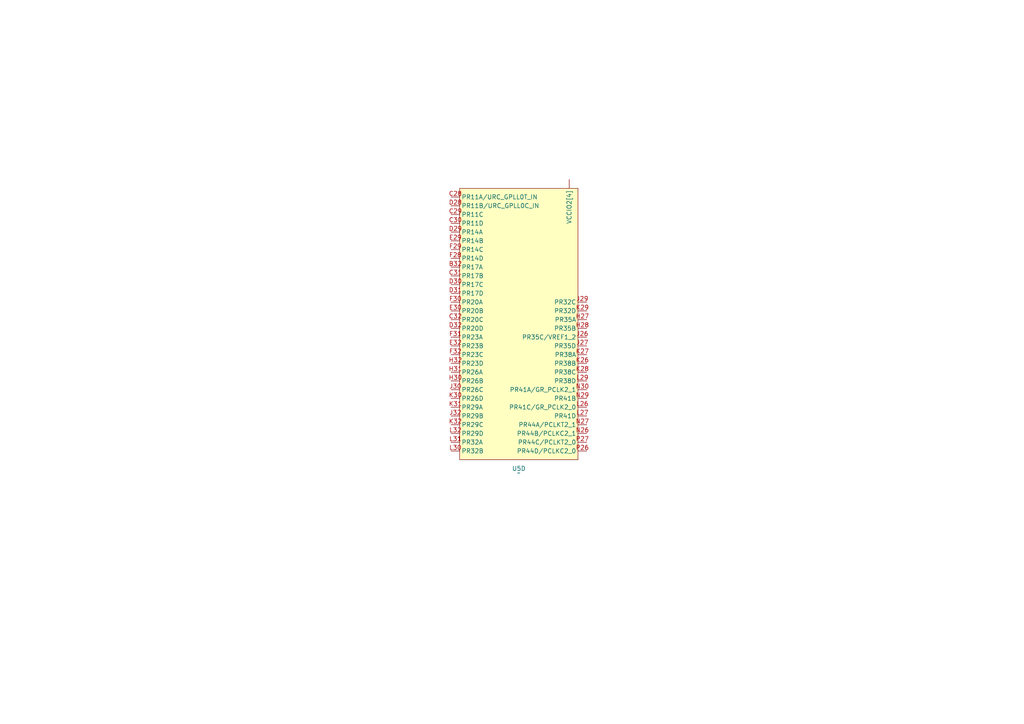
<source format=kicad_sch>
(kicad_sch (version 20231120) (generator "eeschema") (generator_version "8.0")
  (paper "A4")
  (title_block (title "${Project Designation}") (date "2024-06-30") (rev "${Revision}") (comment 1 "${Project Title}") (comment 2 "FPGA BANK 2") (comment 3 "${Part Number}"))
  (lib_symbols
    (symbol "LFE5U-85F-*BG756*_1"
      (property "Reference" "U" (at -1.016 3.81 0))
      (symbol "LFE5U-85F-*BG756*_1_1_0"
        (pin power_in line (at 8.89 -15.24 90) (length 2.54) (name "GND[265]") (number ""))
        (pin power_in line (at 22.86 0 180) (length 2.54) (name "VCCAUX[8]") (number ""))
        (pin power_in line (at -5.08 0 0) (length 2.54) (name "VCC[36]") (number ""))
        (pin power_in line (at 8.89 -15.24 90) (length 2.54) hide (name "GND") (number "AA11"))
        (pin power_in line (at -5.08 0 0) (length 2.54) hide (name "VCC") (number "AA12"))
        (pin power_in line (at -5.08 0 0) (length 2.54) hide (name "VCC") (number "AA13"))
        (pin power_in line (at -5.08 0 0) (length 2.54) hide (name "VCC") (number "AA14"))
        (pin power_in line (at -5.08 0 0) (length 2.54) hide (name "VCC") (number "AA15"))
        (pin power_in line (at -5.08 0 0) (length 2.54) hide (name "VCC") (number "AA16"))
        (pin power_in line (at -5.08 0 0) (length 2.54) hide (name "VCC") (number "AA17"))
        (pin power_in line (at -5.08 0 0) (length 2.54) hide (name "VCC") (number "AA18"))
        (pin power_in line (at -5.08 0 0) (length 2.54) hide (name "VCC") (number "AA19"))
        (pin power_in line (at -5.08 0 0) (length 2.54) hide (name "VCC") (number "AA20"))
        (pin power_in line (at -5.08 0 0) (length 2.54) hide (name "VCC") (number "AA21"))
        (pin power_in line (at 8.89 -15.24 90) (length 2.54) hide (name "GND") (number "AA22"))
        (pin power_in line (at 8.89 -15.24 90) (length 2.54) hide (name "GND") (number "AB11"))
        (pin power_in line (at 8.89 -15.24 90) (length 2.54) hide (name "GND") (number "AB12"))
        (pin power_in line (at 8.89 -15.24 90) (length 2.54) hide (name "GND") (number "AB13"))
        (pin power_in line (at 8.89 -15.24 90) (length 2.54) hide (name "GND") (number "AB14"))
        (pin power_in line (at 8.89 -15.24 90) (length 2.54) hide (name "GND") (number "AB15"))
        (pin power_in line (at 8.89 -15.24 90) (length 2.54) hide (name "GND") (number "AB16"))
        (pin power_in line (at 8.89 -15.24 90) (length 2.54) hide (name "GND") (number "AB17"))
        (pin power_in line (at 8.89 -15.24 90) (length 2.54) hide (name "GND") (number "AB18"))
        (pin power_in line (at 8.89 -15.24 90) (length 2.54) hide (name "GND") (number "AB19"))
        (pin power_in line (at 8.89 -15.24 90) (length 2.54) hide (name "GND") (number "AB20"))
        (pin power_in line (at 8.89 -15.24 90) (length 2.54) hide (name "GND") (number "AB21"))
        (pin power_in line (at 8.89 -15.24 90) (length 2.54) hide (name "GND") (number "AB22"))
        (pin power_in line (at 22.86 0 180) (length 2.54) hide (name "VCCAUX") (number "AC11"))
        (pin power_in line (at 8.89 -15.24 90) (length 2.54) hide (name "GND") (number "AC12"))
        (pin power_in line (at 8.89 -15.24 90) (length 2.54) hide (name "GND") (number "AC13"))
        (pin power_in line (at 8.89 -15.24 90) (length 2.54) hide (name "GND") (number "AC14"))
        (pin power_in line (at 8.89 -15.24 90) (length 2.54) hide (name "GND") (number "AC15"))
        (pin power_in line (at 8.89 -15.24 90) (length 2.54) hide (name "GND") (number "AC16"))
        (pin power_in line (at 8.89 -15.24 90) (length 2.54) hide (name "GND") (number "AC17"))
        (pin power_in line (at 8.89 -15.24 90) (length 2.54) hide (name "GND") (number "AC18"))
        (pin power_in line (at 8.89 -15.24 90) (length 2.54) hide (name "GND") (number "AC19"))
        (pin power_in line (at 8.89 -15.24 90) (length 2.54) hide (name "GND") (number "AC20"))
        (pin power_in line (at 8.89 -15.24 90) (length 2.54) hide (name "GND") (number "AC21"))
        (pin power_in line (at 22.86 0 180) (length 2.54) hide (name "VCCAUX") (number "AC22"))
        (pin power_in line (at 8.89 -15.24 90) (length 2.54) hide (name "GND") (number "AD2"))
        (pin power_in line (at 8.89 -15.24 90) (length 2.54) hide (name "GND") (number "AD28"))
        (pin power_in line (at 8.89 -15.24 90) (length 2.54) hide (name "GND") (number "AD31"))
        (pin power_in line (at 8.89 -15.24 90) (length 2.54) hide (name "GND") (number "AD5"))
        (pin power_in line (at 8.89 -15.24 90) (length 2.54) hide (name "GND") (number "AF11"))
        (pin power_in line (at 8.89 -15.24 90) (length 2.54) hide (name "GND") (number "AF12"))
        (pin power_in line (at 8.89 -15.24 90) (length 2.54) hide (name "GND") (number "AF14"))
        (pin power_in line (at 8.89 -15.24 90) (length 2.54) hide (name "GND") (number "AF15"))
        (pin power_in line (at 8.89 -15.24 90) (length 2.54) hide (name "GND") (number "AF16"))
        (pin power_in line (at 8.89 -15.24 90) (length 2.54) hide (name "GND") (number "AF17"))
        (pin power_in line (at 8.89 -15.24 90) (length 2.54) hide (name "GND") (number "AF19"))
        (pin power_in line (at 8.89 -15.24 90) (length 2.54) hide (name "GND") (number "AF20"))
        (pin power_in line (at 8.89 -15.24 90) (length 2.54) hide (name "GND") (number "AF22"))
        (pin power_in line (at 8.89 -15.24 90) (length 2.54) hide (name "GND") (number "AF23"))
        (pin power_in line (at 8.89 -15.24 90) (length 2.54) hide (name "GND") (number "AG11"))
        (pin power_in line (at 8.89 -15.24 90) (length 2.54) hide (name "GND") (number "AG12"))
        (pin power_in line (at 8.89 -15.24 90) (length 2.54) hide (name "GND") (number "AG14"))
        (pin power_in line (at 8.89 -15.24 90) (length 2.54) hide (name "GND") (number "AG15"))
        (pin power_in line (at 8.89 -15.24 90) (length 2.54) hide (name "GND") (number "AG16"))
        (pin power_in line (at 8.89 -15.24 90) (length 2.54) hide (name "GND") (number "AG17"))
        (pin power_in line (at 8.89 -15.24 90) (length 2.54) hide (name "GND") (number "AG19"))
        (pin power_in line (at 8.89 -15.24 90) (length 2.54) hide (name "GND") (number "AG20"))
        (pin power_in line (at 8.89 -15.24 90) (length 2.54) hide (name "GND") (number "AG22"))
        (pin power_in line (at 8.89 -15.24 90) (length 2.54) hide (name "GND") (number "AG23"))
        (pin power_in line (at 8.89 -15.24 90) (length 2.54) hide (name "GND") (number "AG9"))
        (pin power_in line (at 8.89 -15.24 90) (length 2.54) hide (name "GND") (number "AH11"))
        (pin power_in line (at 8.89 -15.24 90) (length 2.54) hide (name "GND") (number "AH12"))
        (pin power_in line (at 8.89 -15.24 90) (length 2.54) hide (name "GND") (number "AH14"))
        (pin power_in line (at 8.89 -15.24 90) (length 2.54) hide (name "GND") (number "AH15"))
        (pin power_in line (at 8.89 -15.24 90) (length 2.54) hide (name "GND") (number "AH16"))
        (pin power_in line (at 8.89 -15.24 90) (length 2.54) hide (name "GND") (number "AH17"))
        (pin power_in line (at 8.89 -15.24 90) (length 2.54) hide (name "GND") (number "AH19"))
        (pin power_in line (at 8.89 -15.24 90) (length 2.54) hide (name "GND") (number "AH2"))
        (pin power_in line (at 8.89 -15.24 90) (length 2.54) hide (name "GND") (number "AH20"))
        (pin power_in line (at 8.89 -15.24 90) (length 2.54) hide (name "GND") (number "AH22"))
        (pin power_in line (at 8.89 -15.24 90) (length 2.54) hide (name "GND") (number "AH23"))
        (pin power_in line (at 8.89 -15.24 90) (length 2.54) hide (name "GND") (number "AH24"))
        (pin power_in line (at 8.89 -15.24 90) (length 2.54) hide (name "GND") (number "AH25"))
        (pin power_in line (at 8.89 -15.24 90) (length 2.54) hide (name "GND") (number "AH26"))
        (pin power_in line (at 8.89 -15.24 90) (length 2.54) hide (name "GND") (number "AH29"))
        (pin power_in line (at 8.89 -15.24 90) (length 2.54) hide (name "GND") (number "AH31"))
        (pin power_in line (at 8.89 -15.24 90) (length 2.54) hide (name "GND") (number "AH5"))
        (pin power_in line (at 8.89 -15.24 90) (length 2.54) hide (name "GND") (number "AH7"))
        (pin power_in line (at 8.89 -15.24 90) (length 2.54) hide (name "GND") (number "AH8"))
        (pin power_in line (at 8.89 -15.24 90) (length 2.54) hide (name "GND") (number "AH9"))
        (pin power_in line (at 8.89 -15.24 90) (length 2.54) hide (name "GND") (number "AJ10"))
        (pin power_in line (at 8.89 -15.24 90) (length 2.54) hide (name "GND") (number "AJ11"))
        (pin power_in line (at 8.89 -15.24 90) (length 2.54) hide (name "GND") (number "AJ12"))
        (pin power_in line (at 8.89 -15.24 90) (length 2.54) hide (name "GND") (number "AJ13"))
        (pin power_in line (at 8.89 -15.24 90) (length 2.54) hide (name "GND") (number "AJ14"))
        (pin power_in line (at 8.89 -15.24 90) (length 2.54) hide (name "GND") (number "AJ15"))
        (pin power_in line (at 8.89 -15.24 90) (length 2.54) hide (name "GND") (number "AJ16"))
        (pin power_in line (at 8.89 -15.24 90) (length 2.54) hide (name "GND") (number "AJ17"))
        (pin power_in line (at 8.89 -15.24 90) (length 2.54) hide (name "GND") (number "AJ18"))
        (pin power_in line (at 8.89 -15.24 90) (length 2.54) hide (name "GND") (number "AJ19"))
        (pin power_in line (at 8.89 -15.24 90) (length 2.54) hide (name "GND") (number "AJ20"))
        (pin power_in line (at 8.89 -15.24 90) (length 2.54) hide (name "GND") (number "AJ21"))
        (pin power_in line (at 8.89 -15.24 90) (length 2.54) hide (name "GND") (number "AJ22"))
        (pin power_in line (at 8.89 -15.24 90) (length 2.54) hide (name "GND") (number "AJ23"))
        (pin power_in line (at 8.89 -15.24 90) (length 2.54) hide (name "GND") (number "AJ24"))
        (pin power_in line (at 8.89 -15.24 90) (length 2.54) hide (name "GND") (number "AJ25"))
        (pin power_in line (at 8.89 -15.24 90) (length 2.54) hide (name "GND") (number "AJ26"))
        (pin power_in line (at 8.89 -15.24 90) (length 2.54) hide (name "GND") (number "AJ7"))
        (pin power_in line (at 8.89 -15.24 90) (length 2.54) hide (name "GND") (number "AJ8"))
        (pin power_in line (at 8.89 -15.24 90) (length 2.54) hide (name "GND") (number "AJ9"))
        (pin power_in line (at 8.89 -15.24 90) (length 2.54) hide (name "GND") (number "AK11"))
        (pin power_in line (at 8.89 -15.24 90) (length 2.54) hide (name "GND") (number "AK14"))
        (pin power_in line (at 8.89 -15.24 90) (length 2.54) hide (name "GND") (number "AK17"))
        (pin power_in line (at 8.89 -15.24 90) (length 2.54) hide (name "GND") (number "AK20"))
        (pin power_in line (at 8.89 -15.24 90) (length 2.54) hide (name "GND") (number "AK23"))
        (pin power_in line (at 8.89 -15.24 90) (length 2.54) hide (name "GND") (number "AK26"))
        (pin power_in line (at 8.89 -15.24 90) (length 2.54) hide (name "GND") (number "AK7"))
        (pin power_in line (at 8.89 -15.24 90) (length 2.54) hide (name "GND") (number "AK8"))
        (pin power_in line (at 8.89 -15.24 90) (length 2.54) hide (name "GND") (number "AL11"))
        (pin power_in line (at 8.89 -15.24 90) (length 2.54) hide (name "GND") (number "AL12"))
        (pin power_in line (at 8.89 -15.24 90) (length 2.54) hide (name "GND") (number "AL14"))
        (pin power_in line (at 8.89 -15.24 90) (length 2.54) hide (name "GND") (number "AL15"))
        (pin power_in line (at 8.89 -15.24 90) (length 2.54) hide (name "GND") (number "AL17"))
        (pin power_in line (at 8.89 -15.24 90) (length 2.54) hide (name "GND") (number "AL18"))
        (pin power_in line (at 8.89 -15.24 90) (length 2.54) hide (name "GND") (number "AL2"))
        (pin power_in line (at 8.89 -15.24 90) (length 2.54) hide (name "GND") (number "AL20"))
        (pin power_in line (at 8.89 -15.24 90) (length 2.54) hide (name "GND") (number "AL21"))
        (pin power_in line (at 8.89 -15.24 90) (length 2.54) hide (name "GND") (number "AL23"))
        (pin power_in line (at 8.89 -15.24 90) (length 2.54) hide (name "GND") (number "AL24"))
        (pin power_in line (at 8.89 -15.24 90) (length 2.54) hide (name "GND") (number "AL26"))
        (pin power_in line (at 8.89 -15.24 90) (length 2.54) hide (name "GND") (number "AL29"))
        (pin power_in line (at 8.89 -15.24 90) (length 2.54) hide (name "GND") (number "AL31"))
        (pin power_in line (at 8.89 -15.24 90) (length 2.54) hide (name "GND") (number "AL5"))
        (pin power_in line (at 8.89 -15.24 90) (length 2.54) hide (name "GND") (number "AL7"))
        (pin power_in line (at 8.89 -15.24 90) (length 2.54) hide (name "GND") (number "AL8"))
        (pin power_in line (at 8.89 -15.24 90) (length 2.54) hide (name "GND") (number "AL9"))
        (pin power_in line (at 8.89 -15.24 90) (length 2.54) hide (name "GND") (number "AM11"))
        (pin power_in line (at 8.89 -15.24 90) (length 2.54) hide (name "GND") (number "AM12"))
        (pin power_in line (at 8.89 -15.24 90) (length 2.54) hide (name "GND") (number "AM14"))
        (pin power_in line (at 8.89 -15.24 90) (length 2.54) hide (name "GND") (number "AM15"))
        (pin power_in line (at 8.89 -15.24 90) (length 2.54) hide (name "GND") (number "AM17"))
        (pin power_in line (at 8.89 -15.24 90) (length 2.54) hide (name "GND") (number "AM18"))
        (pin power_in line (at 8.89 -15.24 90) (length 2.54) hide (name "GND") (number "AM20"))
        (pin power_in line (at 8.89 -15.24 90) (length 2.54) hide (name "GND") (number "AM21"))
        (pin power_in line (at 8.89 -15.24 90) (length 2.54) hide (name "GND") (number "AM23"))
        (pin power_in line (at 8.89 -15.24 90) (length 2.54) hide (name "GND") (number "AM24"))
        (pin power_in line (at 8.89 -15.24 90) (length 2.54) hide (name "GND") (number "AM26"))
        (pin power_in line (at 8.89 -15.24 90) (length 2.54) hide (name "GND") (number "AM7"))
        (pin power_in line (at 8.89 -15.24 90) (length 2.54) hide (name "GND") (number "AM8"))
        (pin power_in line (at 8.89 -15.24 90) (length 2.54) hide (name "GND") (number "AM9"))
        (pin power_in line (at 8.89 -15.24 90) (length 2.54) hide (name "GND") (number "B13"))
        (pin power_in line (at 8.89 -15.24 90) (length 2.54) hide (name "GND") (number "B15"))
        (pin power_in line (at 8.89 -15.24 90) (length 2.54) hide (name "GND") (number "B18"))
        (pin power_in line (at 8.89 -15.24 90) (length 2.54) hide (name "GND") (number "B2"))
        (pin power_in line (at 8.89 -15.24 90) (length 2.54) hide (name "GND") (number "B20"))
        (pin power_in line (at 8.89 -15.24 90) (length 2.54) hide (name "GND") (number "B24"))
        (pin power_in line (at 8.89 -15.24 90) (length 2.54) hide (name "GND") (number "B28"))
        (pin power_in line (at 8.89 -15.24 90) (length 2.54) hide (name "GND") (number "B31"))
        (pin power_in line (at 8.89 -15.24 90) (length 2.54) hide (name "GND") (number "B5"))
        (pin power_in line (at 8.89 -15.24 90) (length 2.54) hide (name "GND") (number "B9"))
        (pin power_in line (at 8.89 -15.24 90) (length 2.54) hide (name "GND") (number "E13"))
        (pin power_in line (at 8.89 -15.24 90) (length 2.54) hide (name "GND") (number "E15"))
        (pin power_in line (at 8.89 -15.24 90) (length 2.54) hide (name "GND") (number "E18"))
        (pin power_in line (at 8.89 -15.24 90) (length 2.54) hide (name "GND") (number "E2"))
        (pin power_in line (at 8.89 -15.24 90) (length 2.54) hide (name "GND") (number "E20"))
        (pin power_in line (at 8.89 -15.24 90) (length 2.54) hide (name "GND") (number "E24"))
        (pin power_in line (at 8.89 -15.24 90) (length 2.54) hide (name "GND") (number "E28"))
        (pin power_in line (at 8.89 -15.24 90) (length 2.54) hide (name "GND") (number "E31"))
        (pin power_in line (at 8.89 -15.24 90) (length 2.54) hide (name "GND") (number "E5"))
        (pin power_in line (at 8.89 -15.24 90) (length 2.54) hide (name "GND") (number "E9"))
        (pin power_in line (at 8.89 -15.24 90) (length 2.54) hide (name "GND") (number "J2"))
        (pin power_in line (at 8.89 -15.24 90) (length 2.54) hide (name "GND") (number "J28"))
        (pin power_in line (at 8.89 -15.24 90) (length 2.54) hide (name "GND") (number "J31"))
        (pin power_in line (at 8.89 -15.24 90) (length 2.54) hide (name "GND") (number "J5"))
        (pin power_in line (at 8.89 -15.24 90) (length 2.54) hide (name "GND") (number "K10"))
        (pin power_in line (at 8.89 -15.24 90) (length 2.54) hide (name "GND") (number "K11"))
        (pin power_in line (at 22.86 0 180) (length 2.54) hide (name "VCCAUX") (number "K13"))
        (pin power_in line (at 22.86 0 180) (length 2.54) hide (name "VCCAUX") (number "K20"))
        (pin power_in line (at 8.89 -15.24 90) (length 2.54) hide (name "GND") (number "K22"))
        (pin power_in line (at 8.89 -15.24 90) (length 2.54) hide (name "GND") (number "K23"))
        (pin power_in line (at 8.89 -15.24 90) (length 2.54) hide (name "GND") (number "L10"))
        (pin power_in line (at 8.89 -15.24 90) (length 2.54) hide (name "GND") (number "L11"))
        (pin power_in line (at 8.89 -15.24 90) (length 2.54) hide (name "GND") (number "L12"))
        (pin power_in line (at 8.89 -15.24 90) (length 2.54) hide (name "GND") (number "L13"))
        (pin power_in line (at 8.89 -15.24 90) (length 2.54) hide (name "GND") (number "L14"))
        (pin power_in line (at 8.89 -15.24 90) (length 2.54) hide (name "GND") (number "L15"))
        (pin power_in line (at 8.89 -15.24 90) (length 2.54) hide (name "GND") (number "L16"))
        (pin power_in line (at 8.89 -15.24 90) (length 2.54) hide (name "GND") (number "L17"))
        (pin power_in line (at 8.89 -15.24 90) (length 2.54) hide (name "GND") (number "L18"))
        (pin power_in line (at 8.89 -15.24 90) (length 2.54) hide (name "GND") (number "L19"))
        (pin power_in line (at 8.89 -15.24 90) (length 2.54) hide (name "GND") (number "L20"))
        (pin power_in line (at 8.89 -15.24 90) (length 2.54) hide (name "GND") (number "L21"))
        (pin power_in line (at 8.89 -15.24 90) (length 2.54) hide (name "GND") (number "L22"))
        (pin power_in line (at 8.89 -15.24 90) (length 2.54) hide (name "GND") (number "L23"))
        (pin power_in line (at 8.89 -15.24 90) (length 2.54) hide (name "GND") (number "M11"))
        (pin power_in line (at -5.08 0 0) (length 2.54) hide (name "VCC") (number "M12"))
        (pin power_in line (at -5.08 0 0) (length 2.54) hide (name "VCC") (number "M13"))
        (pin power_in line (at -5.08 0 0) (length 2.54) hide (name "VCC") (number "M14"))
        (pin power_in line (at -5.08 0 0) (length 2.54) hide (name "VCC") (number "M15"))
        (pin power_in line (at -5.08 0 0) (length 2.54) hide (name "VCC") (number "M16"))
        (pin power_in line (at -5.08 0 0) (length 2.54) hide (name "VCC") (number "M17"))
        (pin power_in line (at -5.08 0 0) (length 2.54) hide (name "VCC") (number "M18"))
        (pin power_in line (at -5.08 0 0) (length 2.54) hide (name "VCC") (number "M19"))
        (pin power_in line (at -5.08 0 0) (length 2.54) hide (name "VCC") (number "M20"))
        (pin power_in line (at -5.08 0 0) (length 2.54) hide (name "VCC") (number "M21"))
        (pin power_in line (at 8.89 -15.24 90) (length 2.54) hide (name "GND") (number "M22"))
        (pin power_in line (at 22.86 0 180) (length 2.54) hide (name "VCCAUX") (number "N10"))
        (pin power_in line (at 8.89 -15.24 90) (length 2.54) hide (name "GND") (number "N11"))
        (pin power_in line (at -5.08 0 0) (length 2.54) hide (name "VCC") (number "N12"))
        (pin power_in line (at 8.89 -15.24 90) (length 2.54) hide (name "GND") (number "N13"))
        (pin power_in line (at 8.89 -15.24 90) (length 2.54) hide (name "GND") (number "N14"))
        (pin power_in line (at 8.89 -15.24 90) (length 2.54) hide (name "GND") (number "N15"))
        (pin power_in line (at 8.89 -15.24 90) (length 2.54) hide (name "GND") (number "N16"))
        (pin power_in line (at 8.89 -15.24 90) (length 2.54) hide (name "GND") (number "N17"))
        (pin power_in line (at 8.89 -15.24 90) (length 2.54) hide (name "GND") (number "N18"))
        (pin power_in line (at 8.89 -15.24 90) (length 2.54) hide (name "GND") (number "N19"))
        (pin power_in line (at 8.89 -15.24 90) (length 2.54) hide (name "GND") (number "N2"))
        (pin power_in line (at 8.89 -15.24 90) (length 2.54) hide (name "GND") (number "N20"))
        (pin power_in line (at -5.08 0 0) (length 2.54) hide (name "VCC") (number "N21"))
        (pin power_in line (at 8.89 -15.24 90) (length 2.54) hide (name "GND") (number "N22"))
        (pin power_in line (at 22.86 0 180) (length 2.54) hide (name "VCCAUX") (number "N23"))
        (pin power_in line (at 8.89 -15.24 90) (length 2.54) hide (name "GND") (number "N28"))
        (pin power_in line (at 8.89 -15.24 90) (length 2.54) hide (name "GND") (number "N31"))
        (pin power_in line (at 8.89 -15.24 90) (length 2.54) hide (name "GND") (number "N5"))
        (pin power_in line (at 8.89 -15.24 90) (length 2.54) hide (name "GND") (number "P11"))
        (pin power_in line (at -5.08 0 0) (length 2.54) hide (name "VCC") (number "P12"))
        (pin power_in line (at 8.89 -15.24 90) (length 2.54) hide (name "GND") (number "P13"))
        (pin power_in line (at 8.89 -15.24 90) (length 2.54) hide (name "GND") (number "P14"))
        (pin power_in line (at 8.89 -15.24 90) (length 2.54) hide (name "GND") (number "P15"))
        (pin power_in line (at 8.89 -15.24 90) (length 2.54) hide (name "GND") (number "P16"))
        (pin power_in line (at 8.89 -15.24 90) (length 2.54) hide (name "GND") (number "P17"))
        (pin power_in line (at 8.89 -15.24 90) (length 2.54) hide (name "GND") (number "P18"))
        (pin power_in line (at 8.89 -15.24 90) (length 2.54) hide (name "GND") (number "P19"))
        (pin power_in line (at -5.08 0 0) (length 2.54) hide (name "VCC") (number "P21"))
        (pin power_in line (at 8.89 -15.24 90) (length 2.54) hide (name "GND") (number "P22"))
        (pin power_in line (at -5.08 0 0) (length 2.54) hide (name "VCC") (number "R12"))
        (pin power_in line (at 8.89 -15.24 90) (length 2.54) hide (name "GND") (number "R13"))
        (pin power_in line (at 8.89 -15.24 90) (length 2.54) hide (name "GND") (number "R14"))
        (pin power_in line (at 8.89 -15.24 90) (length 2.54) hide (name "GND") (number "R15"))
        (pin power_in line (at 8.89 -15.24 90) (length 2.54) hide (name "GND") (number "R16"))
        (pin power_in line (at 8.89 -15.24 90) (length 2.54) hide (name "GND") (number "R17"))
        (pin power_in line (at 8.89 -15.24 90) (length 2.54) hide (name "GND") (number "R18"))
        (pin power_in line (at 8.89 -15.24 90) (length 2.54) hide (name "GND") (number "R19"))
        (pin power_in line (at 8.89 -15.24 90) (length 2.54) hide (name "GND") (number "R2"))
        (pin power_in line (at 8.89 -15.24 90) (length 2.54) hide (name "GND") (number "R20"))
        (pin power_in line (at -5.08 0 0) (length 2.54) hide (name "VCC") (number "R21"))
        (pin power_in line (at 8.89 -15.24 90) (length 2.54) hide (name "GND") (number "R22"))
        (pin power_in line (at 8.89 -15.24 90) (length 2.54) hide (name "GND") (number "R28"))
        (pin power_in line (at 8.89 -15.24 90) (length 2.54) hide (name "GND") (number "R31"))
        (pin power_in line (at 8.89 -15.24 90) (length 2.54) hide (name "GND") (number "R5"))
        (pin power_in line (at 8.89 -15.24 90) (length 2.54) hide (name "GND") (number "T11"))
        (pin power_in line (at -5.08 0 0) (length 2.54) hide (name "VCC") (number "T12"))
        (pin power_in line (at 8.89 -15.24 90) (length 2.54) hide (name "GND") (number "T13"))
        (pin power_in line (at 8.89 -15.24 90) (length 2.54) hide (name "GND") (number "T14"))
        (pin power_in line (at 8.89 -15.24 90) (length 2.54) hide (name "GND") (number "T15"))
        (pin power_in line (at 8.89 -15.24 90) (length 2.54) hide (name "GND") (number "T16"))
        (pin power_in line (at 8.89 -15.24 90) (length 2.54) hide (name "GND") (number "T17"))
        (pin power_in line (at 8.89 -15.24 90) (length 2.54) hide (name "GND") (number "T18"))
        (pin power_in line (at 8.89 -15.24 90) (length 2.54) hide (name "GND") (number "T19"))
        (pin power_in line (at 8.89 -15.24 90) (length 2.54) hide (name "GND") (number "T20"))
        (pin power_in line (at -5.08 0 0) (length 2.54) hide (name "VCC") (number "T21"))
        (pin power_in line (at 8.89 -15.24 90) (length 2.54) hide (name "GND") (number "T22"))
        (pin power_in line (at 8.89 -15.24 90) (length 2.54) hide (name "GND") (number "U11"))
        (pin power_in line (at -5.08 0 0) (length 2.54) hide (name "VCC") (number "U12"))
        (pin power_in line (at 8.89 -15.24 90) (length 2.54) hide (name "GND") (number "U13"))
        (pin power_in line (at 8.89 -15.24 90) (length 2.54) hide (name "GND") (number "U14"))
        (pin power_in line (at 8.89 -15.24 90) (length 2.54) hide (name "GND") (number "U15"))
        (pin power_in line (at 8.89 -15.24 90) (length 2.54) hide (name "GND") (number "U16"))
        (pin power_in line (at 8.89 -15.24 90) (length 2.54) hide (name "GND") (number "U17"))
        (pin power_in line (at 8.89 -15.24 90) (length 2.54) hide (name "GND") (number "U18"))
        (pin power_in line (at 8.89 -15.24 90) (length 2.54) hide (name "GND") (number "U19"))
        (pin power_in line (at 8.89 -15.24 90) (length 2.54) hide (name "GND") (number "U20"))
        (pin power_in line (at -5.08 0 0) (length 2.54) hide (name "VCC") (number "U21"))
        (pin power_in line (at 8.89 -15.24 90) (length 2.54) hide (name "GND") (number "U22"))
        (pin power_in line (at 8.89 -15.24 90) (length 2.54) hide (name "GND") (number "V11"))
        (pin power_in line (at -5.08 0 0) (length 2.54) hide (name "VCC") (number "V12"))
        (pin power_in line (at 8.89 -15.24 90) (length 2.54) hide (name "GND") (number "V13"))
        (pin power_in line (at 8.89 -15.24 90) (length 2.54) hide (name "GND") (number "V14"))
        (pin power_in line (at 8.89 -15.24 90) (length 2.54) hide (name "GND") (number "V15"))
        (pin power_in line (at 8.89 -15.24 90) (length 2.54) hide (name "GND") (number "V16"))
        (pin power_in line (at 8.89 -15.24 90) (length 2.54) hide (name "GND") (number "V17"))
        (pin power_in line (at 8.89 -15.24 90) (length 2.54) hide (name "GND") (number "V18"))
        (pin power_in line (at 8.89 -15.24 90) (length 2.54) hide (name "GND") (number "V19"))
        (pin power_in line (at 8.89 -15.24 90) (length 2.54) hide (name "GND") (number "V2"))
        (pin power_in line (at 8.89 -15.24 90) (length 2.54) hide (name "GND") (number "V20"))
        (pin power_in line (at -5.08 0 0) (length 2.54) hide (name "VCC") (number "V21"))
        (pin power_in line (at 8.89 -15.24 90) (length 2.54) hide (name "GND") (number "V22"))
        (pin power_in line (at 8.89 -15.24 90) (length 2.54) hide (name "GND") (number "V28"))
        (pin power_in line (at 8.89 -15.24 90) (length 2.54) hide (name "GND") (number "V31"))
        (pin power_in line (at 8.89 -15.24 90) (length 2.54) hide (name "GND") (number "V5"))
        (pin power_in line (at 8.89 -15.24 90) (length 2.54) hide (name "GND") (number "W11"))
        (pin power_in line (at -5.08 0 0) (length 2.54) hide (name "VCC") (number "W12"))
        (pin power_in line (at 8.89 -15.24 90) (length 2.54) hide (name "GND") (number "W13"))
        (pin power_in line (at 8.89 -15.24 90) (length 2.54) hide (name "GND") (number "W14"))
        (pin power_in line (at 8.89 -15.24 90) (length 2.54) hide (name "GND") (number "W15"))
        (pin power_in line (at 8.89 -15.24 90) (length 2.54) hide (name "GND") (number "W16"))
        (pin power_in line (at 8.89 -15.24 90) (length 2.54) hide (name "GND") (number "W17"))
        (pin power_in line (at 8.89 -15.24 90) (length 2.54) hide (name "GND") (number "W18"))
        (pin power_in line (at 8.89 -15.24 90) (length 2.54) hide (name "GND") (number "W19"))
        (pin power_in line (at 8.89 -15.24 90) (length 2.54) hide (name "GND") (number "W20"))
        (pin power_in line (at -5.08 0 0) (length 2.54) hide (name "VCC") (number "W21"))
        (pin power_in line (at 8.89 -15.24 90) (length 2.54) hide (name "GND") (number "W22"))
        (pin power_in line (at 22.86 0 180) (length 2.54) hide (name "VCCAUX") (number "Y10"))
        (pin power_in line (at 8.89 -15.24 90) (length 2.54) hide (name "GND") (number "Y11"))
        (pin power_in line (at -5.08 0 0) (length 2.54) hide (name "VCC") (number "Y12"))
        (pin power_in line (at 8.89 -15.24 90) (length 2.54) hide (name "GND") (number "Y13"))
        (pin power_in line (at 8.89 -15.24 90) (length 2.54) hide (name "GND") (number "Y14"))
        (pin power_in line (at 8.89 -15.24 90) (length 2.54) hide (name "GND") (number "Y15"))
        (pin power_in line (at 8.89 -15.24 90) (length 2.54) hide (name "GND") (number "Y16"))
        (pin power_in line (at 8.89 -15.24 90) (length 2.54) hide (name "GND") (number "Y17"))
        (pin power_in line (at 8.89 -15.24 90) (length 2.54) hide (name "GND") (number "Y18"))
        (pin power_in line (at 8.89 -15.24 90) (length 2.54) hide (name "GND") (number "Y19"))
        (pin power_in line (at 8.89 -15.24 90) (length 2.54) hide (name "GND") (number "Y2"))
        (pin power_in line (at 8.89 -15.24 90) (length 2.54) hide (name "GND") (number "Y20"))
        (pin power_in line (at -5.08 0 0) (length 2.54) hide (name "VCC") (number "Y21"))
        (pin power_in line (at 8.89 -15.24 90) (length 2.54) hide (name "GND") (number "Y22"))
        (pin power_in line (at 22.86 0 180) (length 2.54) hide (name "VCCAUX") (number "Y23"))
        (pin power_in line (at 8.89 -15.24 90) (length 2.54) hide (name "GND") (number "Y31"))
      )
      (symbol "LFE5U-85F-*BG756*_1_1_1"
        (rectangle (start 0.0085 0) (end 22.8685 -15.24) (fill (type background)))
      )
      (symbol "LFE5U-85F-*BG756*_1_2_0"
        (pin power_in line (at 27.94 5.08 270) (length 2.54) (name "VCCIO0[4]") (number ""))
        (pin power_in line (at -3.81 -63.5 0) (length 2.54) (name "PT31B") (number "A10"))
        (pin power_in line (at 35.56 -12.7 180) (length 2.54) (name "PT38B") (number "A11"))
        (pin power_in line (at 35.56 -22.86 180) (length 2.54) (name "PT42B") (number "A13"))
        (pin power_in line (at 35.56 -38.1 180) (length 2.54) (name "PT49B") (number "A14"))
        (pin power_in line (at 35.56 -48.26 180) (length 2.54) (name "PT54B") (number "A15"))
        (pin power_in line (at 35.56 -63.5 180) (length 2.54) (name "PT60B/GR_PCLK0_0") (number "A16"))
        (pin power_in line (at 35.56 -66.04 180) (length 2.54) (name "PT63A/PCLKT0_1") (number "A17"))
        (pin power_in line (at -3.81 -5.08 0) (length 2.54) (name "PT6A") (number "A2"))
        (pin power_in line (at -3.81 -7.62 0) (length 2.54) (name "PT6B") (number "A3"))
        (pin power_in line (at -3.81 -10.16 0) (length 2.54) (name "PT9A") (number "A4"))
        (pin power_in line (at -3.81 -12.7 0) (length 2.54) (name "PT9B") (number "A5"))
        (pin power_in line (at -3.81 -22.86 0) (length 2.54) (name "PT13B") (number "A7"))
        (pin power_in line (at -3.81 -38.1 0) (length 2.54) (name "PT20B") (number "A8"))
        (pin power_in line (at -3.81 -48.26 0) (length 2.54) (name "PT24B") (number "A9"))
        (pin power_in line (at -3.81 -60.96 0) (length 2.54) (name "PT31A") (number "B10"))
        (pin power_in line (at 35.56 -10.16 180) (length 2.54) (name "PT38A") (number "B11"))
        (pin power_in line (at 35.56 -35.56 180) (length 2.54) (name "PT49A") (number "B14"))
        (pin power_in line (at 35.56 -60.96 180) (length 2.54) (name "PT60A/GR_PCLK0_1") (number "B16"))
        (pin power_in line (at 35.56 -68.58 180) (length 2.54) (name "PT63B/PCLKC0_1") (number "B17"))
        (pin power_in line (at -3.81 0 0) (length 2.54) (name "PT4A/ULC_GPLL1T_IN") (number "B3"))
        (pin power_in line (at -3.81 -2.54 0) (length 2.54) (name "PT4B/ULC_GPLL1C_IN") (number "B4"))
        (pin power_in line (at -3.81 -20.32 0) (length 2.54) (name "PT13A") (number "B7"))
        (pin power_in line (at -3.81 -35.56 0) (length 2.54) (name "PT20A") (number "B8"))
        (pin power_in line (at -3.81 -58.42 0) (length 2.54) (name "PT29B") (number "C10"))
        (pin power_in line (at -3.81 -73.66 0) (length 2.54) (name "PT36B") (number "C11"))
        (pin power_in line (at 35.56 -20.32 180) (length 2.54) (name "PT42A") (number "C13"))
        (pin power_in line (at 35.56 -33.02 180) (length 2.54) (name "PT47B") (number "C14"))
        (pin power_in line (at 35.56 -45.72 180) (length 2.54) (name "PT54A") (number "C15"))
        (pin power_in line (at 35.56 -58.42 180) (length 2.54) (name "PT58B") (number "C16"))
        (pin power_in line (at 35.56 -71.12 180) (length 2.54) (name "PT65A/PCLKT0_0") (number "C17"))
        (pin power_in line (at -3.81 -17.78 0) (length 2.54) (name "PT11B") (number "C7"))
        (pin power_in line (at -3.81 -33.02 0) (length 2.54) (name "PT18B") (number "C8"))
        (pin power_in line (at -3.81 -45.72 0) (length 2.54) (name "PT24A") (number "C9"))
        (pin power_in line (at -3.81 -55.88 0) (length 2.54) (name "PT29A") (number "D10"))
        (pin power_in line (at -3.81 -71.12 0) (length 2.54) (name "PT36A") (number "D11"))
        (pin power_in line (at 35.56 -17.78 180) (length 2.54) (name "PT40B") (number "D13"))
        (pin power_in line (at 35.56 -30.48 180) (length 2.54) (name "PT47A") (number "D14"))
        (pin power_in line (at 35.56 -43.18 180) (length 2.54) (name "PT51B") (number "D15"))
        (pin power_in line (at 35.56 -55.88 180) (length 2.54) (name "PT58A") (number "D16"))
        (pin power_in line (at 35.56 -73.66 180) (length 2.54) (name "PT65B/PCLKC0_0") (number "D17"))
        (pin power_in line (at -3.81 -15.24 0) (length 2.54) (name "PT11A") (number "D7"))
        (pin power_in line (at -3.81 -30.48 0) (length 2.54) (name "PT18A") (number "D8"))
        (pin power_in line (at -3.81 -43.18 0) (length 2.54) (name "PT22B") (number "D9"))
        (pin power_in line (at -3.81 -53.34 0) (length 2.54) (name "PT27B") (number "E10"))
        (pin power_in line (at -3.81 -68.58 0) (length 2.54) (name "PT33B") (number "E11"))
        (pin power_in line (at 35.56 -27.94 180) (length 2.54) (name "PT45B") (number "E14"))
        (pin power_in line (at 35.56 -53.34 180) (length 2.54) (name "PT56B") (number "E16"))
        (pin power_in line (at -3.81 -27.94 0) (length 2.54) (name "PT15B") (number "E8"))
        (pin power_in line (at -3.81 -50.8 0) (length 2.54) (name "PT27A") (number "F10"))
        (pin power_in line (at -3.81 -66.04 0) (length 2.54) (name "PT33A") (number "F11"))
        (pin power_in line (at 35.56 -15.24 180) (length 2.54) (name "PT40A") (number "F13"))
        (pin power_in line (at 35.56 -25.4 180) (length 2.54) (name "PT45A") (number "F14"))
        (pin power_in line (at 35.56 -40.64 180) (length 2.54) (name "PT51A") (number "F15"))
        (pin power_in line (at 35.56 -50.8 180) (length 2.54) (name "PT56A") (number "F16"))
        (pin power_in line (at -3.81 -25.4 0) (length 2.54) (name "PT15A") (number "F8"))
        (pin power_in line (at -3.81 -40.64 0) (length 2.54) (name "PT22A") (number "F9"))
        (pin power_in line (at 26.67 5.08 270) (length 2.54) hide (name "VCCIO0") (number "K12"))
        (pin power_in line (at 26.67 5.08 270) (length 2.54) hide (name "VCCIO0") (number "K14"))
        (pin power_in line (at 26.67 5.08 270) (length 2.54) hide (name "VCCIO0") (number "K15"))
        (pin power_in line (at 26.67 5.08 270) (length 2.54) hide (name "VCCIO0") (number "K16"))
      )
      (symbol "LFE5U-85F-*BG756*_1_2_1"
        (rectangle (start -1.27 2.54) (end 33.02 -76.2) (fill (type background)))
      )
      (symbol "LFE5U-85F-*BG756*_1_3_0"
        (pin power_in line (at 30.48 5.08 270) (length 2.54) (name "VCCIO1[4]") (number ""))
        (pin power_in line (at -3.81 -5.08 0) (length 2.54) (name "PT71A/PCLKT1_0") (number "A18"))
        (pin power_in line (at -3.81 -15.24 0) (length 2.54) (name "PT76A") (number "A19"))
        (pin power_in line (at -3.81 -30.48 0) (length 2.54) (name "PT83A") (number "A20"))
        (pin power_in line (at -3.81 -40.64 0) (length 2.54) (name "PT87A") (number "A22"))
        (pin power_in line (at -3.81 -55.88 0) (length 2.54) (name "PT94A") (number "A23"))
        (pin power_in line (at -3.81 -71.12 0) (length 2.54) (name "PT101A") (number "A24"))
        (pin power_in line (at 35.56 -35.56 180) (length 2.54) (name "PT105A") (number "A25"))
        (pin power_in line (at 35.56 -50.8 180) (length 2.54) (name "PT112A") (number "A26"))
        (pin power_in line (at 35.56 -60.96 180) (length 2.54) (name "PT116A") (number "A28"))
        (pin power_in line (at 35.56 -63.5 180) (length 2.54) (name "PT116B") (number "A29"))
        (pin power_in line (at 35.56 -66.04 180) (length 2.54) (name "PT119A") (number "A30"))
        (pin power_in line (at 35.56 -68.58 180) (length 2.54) (name "PT119B") (number "A31"))
        (pin power_in line (at -3.81 -17.78 0) (length 2.54) (name "PT76B") (number "B19"))
        (pin power_in line (at -3.81 -43.18 0) (length 2.54) (name "PT87B") (number "B22"))
        (pin power_in line (at -3.81 -58.42 0) (length 2.54) (name "PT94B") (number "B23"))
        (pin power_in line (at 35.56 -38.1 180) (length 2.54) (name "PT105B") (number "B25"))
        (pin power_in line (at 35.56 -53.34 180) (length 2.54) (name "PT112B") (number "B26"))
        (pin power_in line (at 35.56 -71.12 180) (length 2.54) (name "PT121A/URC_GPLL1T_IN") (number "B29"))
        (pin power_in line (at 35.56 -73.66 180) (length 2.54) (name "PT121B/URC_GPLL1C_IN") (number "B30"))
        (pin power_in line (at -3.81 -7.62 0) (length 2.54) (name "PT71B/PCLKC1_0") (number "C18"))
        (pin power_in line (at -3.81 -20.32 0) (length 2.54) (name "PT78A") (number "C19"))
        (pin power_in line (at -3.81 -33.02 0) (length 2.54) (name "PT83B") (number "C20"))
        (pin power_in line (at -3.81 -45.72 0) (length 2.54) (name "PT89A") (number "C22"))
        (pin power_in line (at -3.81 -60.96 0) (length 2.54) (name "PT96A") (number "C23"))
        (pin power_in line (at -3.81 -73.66 0) (length 2.54) (name "PT101B") (number "C24"))
        (pin power_in line (at 35.56 -40.64 180) (length 2.54) (name "PT107A") (number "C25"))
        (pin power_in line (at 35.56 -55.88 180) (length 2.54) (name "PT114A") (number "C26"))
        (pin power_in line (at -3.81 -10.16 0) (length 2.54) (name "PT74A/GR_PCLK1_0") (number "D18"))
        (pin power_in line (at -3.81 -22.86 0) (length 2.54) (name "PT78B") (number "D19"))
        (pin power_in line (at -3.81 -35.56 0) (length 2.54) (name "PT85A") (number "D20"))
        (pin power_in line (at -3.81 -48.26 0) (length 2.54) (name "PT89B") (number "D22"))
        (pin power_in line (at -3.81 -63.5 0) (length 2.54) (name "PT96B") (number "D23"))
        (pin power_in line (at 35.56 -30.48 180) (length 2.54) (name "PT103A") (number "D24"))
        (pin power_in line (at 35.56 -43.18 180) (length 2.54) (name "PT107B") (number "D25"))
        (pin power_in line (at 35.56 -58.42 180) (length 2.54) (name "PT114B") (number "D26"))
        (pin power_in line (at -3.81 0 0) (length 2.54) (name "PT69A/PCLKT1_1") (number "E17"))
        (pin power_in line (at -3.81 -25.4 0) (length 2.54) (name "PT80A") (number "E19"))
        (pin power_in line (at -3.81 -50.8 0) (length 2.54) (name "PT92A") (number "E22"))
        (pin power_in line (at -3.81 -66.04 0) (length 2.54) (name "PT98A") (number "E23"))
        (pin power_in line (at 35.56 -45.72 180) (length 2.54) (name "PT110A") (number "E25"))
        (pin power_in line (at -3.81 -2.54 0) (length 2.54) (name "PT69B/PCLKC1_1") (number "F17"))
        (pin power_in line (at -3.81 -12.7 0) (length 2.54) (name "PT74B/GR_PCLK1_1") (number "F18"))
        (pin power_in line (at -3.81 -27.94 0) (length 2.54) (name "PT80B") (number "F19"))
        (pin power_in line (at -3.81 -38.1 0) (length 2.54) (name "PT85B") (number "F20"))
        (pin power_in line (at -3.81 -53.34 0) (length 2.54) (name "PT92B") (number "F22"))
        (pin power_in line (at -3.81 -68.58 0) (length 2.54) (name "PT98B") (number "F23"))
        (pin power_in line (at 35.56 -33.02 180) (length 2.54) (name "PT103B") (number "F24"))
        (pin power_in line (at 35.56 -48.26 180) (length 2.54) (name "PT110B") (number "F25"))
        (pin power_in line (at 30.48 5.08 270) (length 2.54) hide (name "VCCIO1") (number "K17"))
        (pin power_in line (at 30.48 5.08 270) (length 2.54) hide (name "VCCIO1") (number "K18"))
        (pin power_in line (at 30.48 5.08 270) (length 2.54) hide (name "VCCIO1") (number "K19"))
        (pin power_in line (at 30.48 5.08 270) (length 2.54) hide (name "VCCIO1") (number "K21"))
      )
      (symbol "LFE5U-85F-*BG756*_1_3_1"
        (rectangle (start -1.27 2.54) (end 33.02 -76.2) (fill (type background)))
      )
      (symbol "LFE5U-85F-*BG756*_1_4_0"
        (pin power_in line (at 30.48 5.08 270) (length 2.54) (name "VCCIO2[4]") (number ""))
        (pin power_in line (at -3.81 -20.32 0) (length 2.54) (name "PR17A") (number "B32"))
        (pin power_in line (at -3.81 0 0) (length 2.54) (name "PR11A/URC_GPLL0T_IN") (number "C28"))
        (pin power_in line (at -3.81 -5.08 0) (length 2.54) (name "PR11C") (number "C29"))
        (pin power_in line (at -3.81 -7.62 0) (length 2.54) (name "PR11D") (number "C30"))
        (pin power_in line (at -3.81 -22.86 0) (length 2.54) (name "PR17B") (number "C31"))
        (pin power_in line (at -3.81 -35.56 0) (length 2.54) (name "PR20C") (number "C32"))
        (pin power_in line (at -3.81 -2.54 0) (length 2.54) (name "PR11B/URC_GPLL0C_IN") (number "D28"))
        (pin power_in line (at -3.81 -10.16 0) (length 2.54) (name "PR14A") (number "D29"))
        (pin power_in line (at -3.81 -25.4 0) (length 2.54) (name "PR17C") (number "D30"))
        (pin power_in line (at -3.81 -27.94 0) (length 2.54) (name "PR17D") (number "D31"))
        (pin power_in line (at -3.81 -38.1 0) (length 2.54) (name "PR20D") (number "D32"))
        (pin power_in line (at -3.81 -12.7 0) (length 2.54) (name "PR14B") (number "E29"))
        (pin power_in line (at -3.81 -33.02 0) (length 2.54) (name "PR20B") (number "E30"))
        (pin power_in line (at -3.81 -43.18 0) (length 2.54) (name "PR23B") (number "E32"))
        (pin power_in line (at -3.81 -17.78 0) (length 2.54) (name "PR14D") (number "F28"))
        (pin power_in line (at -3.81 -15.24 0) (length 2.54) (name "PR14C") (number "F29"))
        (pin power_in line (at -3.81 -30.48 0) (length 2.54) (name "PR20A") (number "F30"))
        (pin power_in line (at -3.81 -40.64 0) (length 2.54) (name "PR23A") (number "F31"))
        (pin power_in line (at -3.81 -45.72 0) (length 2.54) (name "PR23C") (number "F32"))
        (pin power_in line (at 35.56 -35.56 180) (length 2.54) (name "PR35A") (number "H27"))
        (pin power_in line (at 35.56 -38.1 180) (length 2.54) (name "PR35B") (number "H28"))
        (pin power_in line (at -3.81 -53.34 0) (length 2.54) (name "PR26B") (number "H30"))
        (pin power_in line (at -3.81 -50.8 0) (length 2.54) (name "PR26A") (number "H31"))
        (pin power_in line (at -3.81 -48.26 0) (length 2.54) (name "PR23D") (number "H32"))
        (pin power_in line (at 35.56 -40.64 180) (length 2.54) (name "PR35C/VREF1_2") (number "J26"))
        (pin power_in line (at 35.56 -43.18 180) (length 2.54) (name "PR35D") (number "J27"))
        (pin power_in line (at 35.56 -30.48 180) (length 2.54) (name "PR32C") (number "J29"))
        (pin power_in line (at -3.81 -55.88 0) (length 2.54) (name "PR26C") (number "J30"))
        (pin power_in line (at -3.81 -63.5 0) (length 2.54) (name "PR29B") (number "J32"))
        (pin power_in line (at 35.56 -48.26 180) (length 2.54) (name "PR38B") (number "K26"))
        (pin power_in line (at 35.56 -45.72 180) (length 2.54) (name "PR38A") (number "K27"))
        (pin power_in line (at 35.56 -50.8 180) (length 2.54) (name "PR38C") (number "K28"))
        (pin power_in line (at 35.56 -33.02 180) (length 2.54) (name "PR32D") (number "K29"))
        (pin power_in line (at -3.81 -58.42 0) (length 2.54) (name "PR26D") (number "K30"))
        (pin power_in line (at -3.81 -60.96 0) (length 2.54) (name "PR29A") (number "K31"))
        (pin power_in line (at -3.81 -66.04 0) (length 2.54) (name "PR29C") (number "K32"))
        (pin power_in line (at 35.56 -60.96 180) (length 2.54) (name "PR41C/GR_PCLK2_0") (number "L26"))
        (pin power_in line (at 35.56 -63.5 180) (length 2.54) (name "PR41D") (number "L27"))
        (pin power_in line (at 35.56 -53.34 180) (length 2.54) (name "PR38D") (number "L29"))
        (pin power_in line (at -3.81 -73.66 0) (length 2.54) (name "PR32B") (number "L30"))
        (pin power_in line (at -3.81 -71.12 0) (length 2.54) (name "PR32A") (number "L31"))
        (pin power_in line (at -3.81 -68.58 0) (length 2.54) (name "PR29D") (number "L32"))
        (pin power_in line (at 30.48 5.08 270) (length 2.54) hide (name "VCCIO2") (number "M23"))
        (pin power_in line (at 35.56 -68.58 180) (length 2.54) (name "PR44B/PCLKC2_1") (number "N26"))
        (pin power_in line (at 35.56 -66.04 180) (length 2.54) (name "PR44A/PCLKT2_1") (number "N27"))
        (pin power_in line (at 35.56 -58.42 180) (length 2.54) (name "PR41B") (number "N29"))
        (pin power_in line (at 35.56 -55.88 180) (length 2.54) (name "PR41A/GR_PCLK2_1") (number "N30"))
        (pin power_in line (at 30.48 5.08 270) (length 2.54) hide (name "VCCIO2") (number "P23"))
        (pin power_in line (at 35.56 -73.66 180) (length 2.54) (name "PR44D/PCLKC2_0") (number "P26"))
        (pin power_in line (at 35.56 -71.12 180) (length 2.54) (name "PR44C/PCLKT2_0") (number "P27"))
        (pin power_in line (at 30.48 5.08 270) (length 2.54) hide (name "VCCIO2") (number "R23"))
        (pin power_in line (at 30.48 5.08 270) (length 2.54) hide (name "VCCIO2") (number "T23"))
      )
      (symbol "LFE5U-85F-*BG756*_1_4_1"
        (rectangle (start -1.27 2.54) (end 33.02 -76.2) (fill (type background)))
      )
      (symbol "LFE5U-85F-*BG756*_1_5_0"
        (pin power_in line (at 50.8 11.43 180) (length 2.54) (name "VCCIO3") (number ""))
        (pin power_in line (at 50.8 11.43 180) (length 2.54) hide (name "VCCIO3") (number "AA23"))
        (pin power_in line (at 50.8 11.43 180) (length 2.54) hide (name "VCCIO3") (number "U23"))
        (pin power_in line (at 50.8 11.43 180) (length 2.54) hide (name "VCCIO3") (number "V23"))
        (pin power_in line (at 50.8 11.43 180) (length 2.54) hide (name "VCCIO3") (number "W23"))
      )
      (symbol "LFE5U-85F-*BG756*_1_6_0"
        (pin power_in line (at 50.8 8.89 180) (length 2.54) (name "VCCIO4") (number ""))
        (pin power_in line (at 50.8 8.89 180) (length 2.54) hide (name "VCCIO4") (number "AB23"))
        (pin power_in line (at 50.8 8.89 180) (length 2.54) hide (name "VCCIO4") (number "AC23"))
      )
      (symbol "LFE5U-85F-*BG756*_1_7_0"
        (pin power_in line (at 50.8 6.35 180) (length 2.54) (name "VCCIO6") (number ""))
        (pin power_in line (at 50.8 6.35 180) (length 2.54) hide (name "VCCIO6") (number "AA10"))
        (pin power_in line (at 50.8 6.35 180) (length 2.54) hide (name "VCCIO6") (number "U10"))
        (pin power_in line (at 50.8 6.35 180) (length 2.54) hide (name "VCCIO6") (number "V10"))
        (pin power_in line (at 50.8 6.35 180) (length 2.54) hide (name "VCCIO6") (number "W10"))
      )
      (symbol "LFE5U-85F-*BG756*_1_8_0"
        (pin power_in line (at 50.8 3.81 180) (length 2.54) (name "VCCIO7") (number ""))
        (pin power_in line (at 50.8 3.81 180) (length 2.54) hide (name "VCCIO7") (number "M10"))
        (pin power_in line (at 50.8 3.81 180) (length 2.54) hide (name "VCCIO7") (number "P10"))
        (pin power_in line (at 50.8 3.81 180) (length 2.54) hide (name "VCCIO7") (number "R10"))
        (pin power_in line (at 50.8 3.81 180) (length 2.54) hide (name "VCCIO7") (number "T10"))
      )
      (symbol "LFE5U-85F-*BG756*_1_9_0"
        (pin power_in line (at 50.8 1.27 180) (length 2.54) (name "VCCIO8") (number ""))
        (pin power_in line (at 50.8 1.27 180) (length 2.54) hide (name "VCCIO8") (number "AB10"))
        (pin power_in line (at 50.8 1.27 180) (length 2.54) hide (name "VCCIO8") (number "AC10"))
      )
    )
  )
  (symbol (lib_name "LFE5U-85F-*BG756*_1") (lib_id "ECAP5-BSOM:LFE5U-85F-*BG756*") (at 134.62 57.15 0) (unit 4)
    (property "Reference" "U5" (at 150.495 135.89 0))
    (property "Value" "~" (at 150.495 137.16 0))
    (property "Datasheet" "https://www.latticesemi.com/view_document?document_id=50461" (effects (hide yes)))
  )
)
</source>
